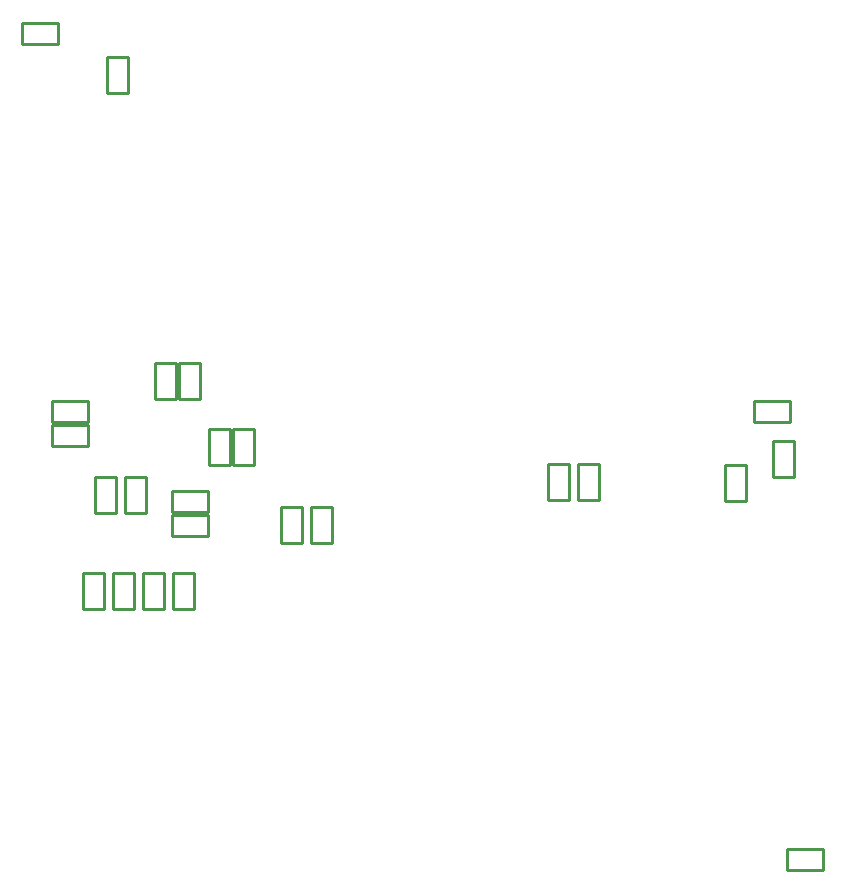
<source format=gbo>
%FSLAX25Y25*%
%MOIN*%
G70*
G01*
G75*
G04 Layer_Color=32896*
%ADD10C,0.01200*%
%ADD11C,0.01100*%
%ADD12C,0.00800*%
%ADD13C,0.00800*%
%ADD14C,0.01200*%
%ADD15C,0.01000*%
%ADD16C,0.02000*%
%ADD17R,0.05512X0.04331*%
%ADD18R,0.04331X0.05512*%
%ADD19O,0.02362X0.05906*%
%ADD20R,0.09055X0.02362*%
%ADD21O,0.02756X0.09843*%
%ADD22R,0.07100X0.07900*%
%ADD23O,0.01181X0.07087*%
%ADD24O,0.07087X0.01181*%
%ADD25O,0.07087X0.02165*%
%ADD26R,0.01772X0.08071*%
%ADD27R,0.01772X0.08071*%
%ADD28R,0.12362X0.09055*%
%ADD29R,0.02000X0.02000*%
%ADD30R,0.04724X0.07874*%
%ADD31R,0.05906X0.05906*%
%ADD32C,0.05906*%
%ADD33R,0.05906X0.05906*%
%ADD34C,0.14961*%
%ADD35R,0.06299X0.06299*%
%ADD36C,0.06299*%
%ADD37C,0.12992*%
%ADD38C,0.05000*%
%ADD39C,0.19685*%
%ADD40C,0.04000*%
%ADD41C,0.02362*%
%ADD42C,0.00984*%
%ADD43C,0.00787*%
%ADD44C,0.00098*%
%ADD45C,0.00098*%
%ADD46R,0.06312X0.05131*%
%ADD47R,0.05131X0.06312*%
%ADD48O,0.03162X0.06706*%
%ADD49R,0.09855X0.03162*%
%ADD50O,0.03556X0.10642*%
%ADD51R,0.07900X0.08700*%
%ADD52O,0.01981X0.07887*%
%ADD53O,0.07887X0.01981*%
%ADD54O,0.07887X0.02965*%
%ADD55R,0.02572X0.08871*%
%ADD56R,0.02572X0.08871*%
%ADD57R,0.13162X0.09855*%
%ADD58R,0.02800X0.02800*%
%ADD59R,0.05524X0.08674*%
%ADD60R,0.06706X0.06706*%
%ADD61C,0.06706*%
%ADD62R,0.06706X0.06706*%
%ADD63C,0.15761*%
%ADD64R,0.07099X0.07099*%
%ADD65C,0.07099*%
%ADD66C,0.13792*%
%ADD67C,0.05800*%
%ADD68C,0.20485*%
D15*
X445500Y466000D02*
Y478000D01*
X438500D01*
Y466000D01*
X445500D01*
X448500D02*
Y478000D01*
X455500D01*
Y466000D01*
X448500D01*
X448000Y490500D02*
X460000D01*
Y497500D01*
X448000D01*
Y490500D01*
X467500Y514000D02*
Y526000D01*
X460500D01*
Y514000D01*
X467500D01*
X468500D02*
Y526000D01*
X475500D01*
Y514000D01*
X468500D01*
X484500Y488000D02*
Y500000D01*
X491500D01*
Y488000D01*
X484500D01*
X494500D02*
Y500000D01*
X501500D01*
Y488000D01*
X494500D01*
X460000Y498500D02*
Y505500D01*
X448000D01*
Y498500D01*
X460000D01*
X439500Y510000D02*
Y498000D01*
X432500D01*
Y510000D01*
X439500D01*
X429500D02*
Y498000D01*
X422500D01*
Y510000D01*
X429500D01*
X420000Y520500D02*
Y527500D01*
X408000D01*
Y520500D01*
X420000D01*
Y528500D02*
Y535500D01*
X408000D01*
Y528500D01*
X420000D01*
X442500Y536000D02*
Y548000D01*
X449500D01*
Y536000D01*
X442500D01*
X450500D02*
Y548000D01*
X457500D01*
Y536000D01*
X450500D01*
X425500Y478000D02*
Y466000D01*
X418500D01*
Y478000D01*
X425500D01*
X428500D02*
X435500D01*
Y466000D01*
X428500D01*
Y478000D01*
X573500Y502500D02*
X580500D01*
Y514500D01*
X573500D01*
Y502500D01*
X583500D02*
X590500D01*
Y514500D01*
X583500D01*
Y502500D01*
X632500Y502000D02*
Y514000D01*
X639500D01*
Y502000D01*
X632500D01*
X648500Y510000D02*
Y522000D01*
X655500D01*
Y510000D01*
X648500D01*
X654000Y528500D02*
Y535500D01*
X642000D01*
Y528500D01*
X654000D01*
X653000Y386000D02*
X665000D01*
Y379000D01*
X653000D01*
Y386000D01*
X433500Y638000D02*
Y650000D01*
X426500D01*
Y638000D01*
X433500D01*
X410000Y661500D02*
Y654500D01*
X398000D01*
Y661500D01*
X410000D01*
M02*

</source>
